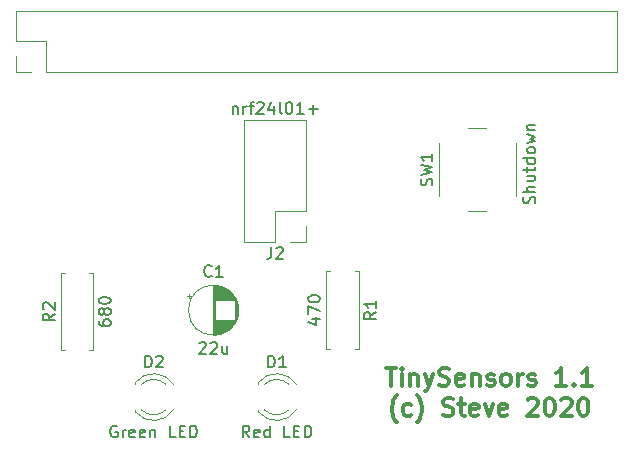
<source format=gto>
G04 #@! TF.GenerationSoftware,KiCad,Pcbnew,5.0.2+dfsg1-1~bpo9+1*
G04 #@! TF.CreationDate,2020-08-17T13:34:05+01:00*
G04 #@! TF.ProjectId,nrf24l01-rpi,6e726632-346c-4303-912d-7270692e6b69,rev?*
G04 #@! TF.SameCoordinates,Original*
G04 #@! TF.FileFunction,Legend,Top*
G04 #@! TF.FilePolarity,Positive*
%FSLAX46Y46*%
G04 Gerber Fmt 4.6, Leading zero omitted, Abs format (unit mm)*
G04 Created by KiCad (PCBNEW 5.0.2+dfsg1-1~bpo9+1) date Mon 17 Aug 2020 13:34:05 IST*
%MOMM*%
%LPD*%
G01*
G04 APERTURE LIST*
%ADD10C,0.300000*%
%ADD11C,0.120000*%
%ADD12C,0.150000*%
G04 APERTURE END LIST*
D10*
X106022285Y-109028571D02*
X106879428Y-109028571D01*
X106450857Y-110528571D02*
X106450857Y-109028571D01*
X107379428Y-110528571D02*
X107379428Y-109528571D01*
X107379428Y-109028571D02*
X107308000Y-109100000D01*
X107379428Y-109171428D01*
X107450857Y-109100000D01*
X107379428Y-109028571D01*
X107379428Y-109171428D01*
X108093714Y-109528571D02*
X108093714Y-110528571D01*
X108093714Y-109671428D02*
X108165142Y-109600000D01*
X108308000Y-109528571D01*
X108522285Y-109528571D01*
X108665142Y-109600000D01*
X108736571Y-109742857D01*
X108736571Y-110528571D01*
X109308000Y-109528571D02*
X109665142Y-110528571D01*
X110022285Y-109528571D02*
X109665142Y-110528571D01*
X109522285Y-110885714D01*
X109450857Y-110957142D01*
X109308000Y-111028571D01*
X110522285Y-110457142D02*
X110736571Y-110528571D01*
X111093714Y-110528571D01*
X111236571Y-110457142D01*
X111308000Y-110385714D01*
X111379428Y-110242857D01*
X111379428Y-110100000D01*
X111308000Y-109957142D01*
X111236571Y-109885714D01*
X111093714Y-109814285D01*
X110808000Y-109742857D01*
X110665142Y-109671428D01*
X110593714Y-109600000D01*
X110522285Y-109457142D01*
X110522285Y-109314285D01*
X110593714Y-109171428D01*
X110665142Y-109100000D01*
X110808000Y-109028571D01*
X111165142Y-109028571D01*
X111379428Y-109100000D01*
X112593714Y-110457142D02*
X112450857Y-110528571D01*
X112165142Y-110528571D01*
X112022285Y-110457142D01*
X111950857Y-110314285D01*
X111950857Y-109742857D01*
X112022285Y-109600000D01*
X112165142Y-109528571D01*
X112450857Y-109528571D01*
X112593714Y-109600000D01*
X112665142Y-109742857D01*
X112665142Y-109885714D01*
X111950857Y-110028571D01*
X113308000Y-109528571D02*
X113308000Y-110528571D01*
X113308000Y-109671428D02*
X113379428Y-109600000D01*
X113522285Y-109528571D01*
X113736571Y-109528571D01*
X113879428Y-109600000D01*
X113950857Y-109742857D01*
X113950857Y-110528571D01*
X114593714Y-110457142D02*
X114736571Y-110528571D01*
X115022285Y-110528571D01*
X115165142Y-110457142D01*
X115236571Y-110314285D01*
X115236571Y-110242857D01*
X115165142Y-110100000D01*
X115022285Y-110028571D01*
X114808000Y-110028571D01*
X114665142Y-109957142D01*
X114593714Y-109814285D01*
X114593714Y-109742857D01*
X114665142Y-109600000D01*
X114808000Y-109528571D01*
X115022285Y-109528571D01*
X115165142Y-109600000D01*
X116093714Y-110528571D02*
X115950857Y-110457142D01*
X115879428Y-110385714D01*
X115808000Y-110242857D01*
X115808000Y-109814285D01*
X115879428Y-109671428D01*
X115950857Y-109600000D01*
X116093714Y-109528571D01*
X116308000Y-109528571D01*
X116450857Y-109600000D01*
X116522285Y-109671428D01*
X116593714Y-109814285D01*
X116593714Y-110242857D01*
X116522285Y-110385714D01*
X116450857Y-110457142D01*
X116308000Y-110528571D01*
X116093714Y-110528571D01*
X117236571Y-110528571D02*
X117236571Y-109528571D01*
X117236571Y-109814285D02*
X117308000Y-109671428D01*
X117379428Y-109600000D01*
X117522285Y-109528571D01*
X117665142Y-109528571D01*
X118093714Y-110457142D02*
X118236571Y-110528571D01*
X118522285Y-110528571D01*
X118665142Y-110457142D01*
X118736571Y-110314285D01*
X118736571Y-110242857D01*
X118665142Y-110100000D01*
X118522285Y-110028571D01*
X118308000Y-110028571D01*
X118165142Y-109957142D01*
X118093714Y-109814285D01*
X118093714Y-109742857D01*
X118165142Y-109600000D01*
X118308000Y-109528571D01*
X118522285Y-109528571D01*
X118665142Y-109600000D01*
X121308000Y-110528571D02*
X120450857Y-110528571D01*
X120879428Y-110528571D02*
X120879428Y-109028571D01*
X120736571Y-109242857D01*
X120593714Y-109385714D01*
X120450857Y-109457142D01*
X121950857Y-110385714D02*
X122022285Y-110457142D01*
X121950857Y-110528571D01*
X121879428Y-110457142D01*
X121950857Y-110385714D01*
X121950857Y-110528571D01*
X123450857Y-110528571D02*
X122593714Y-110528571D01*
X123022285Y-110528571D02*
X123022285Y-109028571D01*
X122879428Y-109242857D01*
X122736571Y-109385714D01*
X122593714Y-109457142D01*
X106950857Y-113650000D02*
X106879428Y-113578571D01*
X106736571Y-113364285D01*
X106665142Y-113221428D01*
X106593714Y-113007142D01*
X106522285Y-112650000D01*
X106522285Y-112364285D01*
X106593714Y-112007142D01*
X106665142Y-111792857D01*
X106736571Y-111650000D01*
X106879428Y-111435714D01*
X106950857Y-111364285D01*
X108165142Y-113007142D02*
X108022285Y-113078571D01*
X107736571Y-113078571D01*
X107593714Y-113007142D01*
X107522285Y-112935714D01*
X107450857Y-112792857D01*
X107450857Y-112364285D01*
X107522285Y-112221428D01*
X107593714Y-112150000D01*
X107736571Y-112078571D01*
X108022285Y-112078571D01*
X108165142Y-112150000D01*
X108665142Y-113650000D02*
X108736571Y-113578571D01*
X108879428Y-113364285D01*
X108950857Y-113221428D01*
X109022285Y-113007142D01*
X109093714Y-112650000D01*
X109093714Y-112364285D01*
X109022285Y-112007142D01*
X108950857Y-111792857D01*
X108879428Y-111650000D01*
X108736571Y-111435714D01*
X108665142Y-111364285D01*
X110879428Y-113007142D02*
X111093714Y-113078571D01*
X111450857Y-113078571D01*
X111593714Y-113007142D01*
X111665142Y-112935714D01*
X111736571Y-112792857D01*
X111736571Y-112650000D01*
X111665142Y-112507142D01*
X111593714Y-112435714D01*
X111450857Y-112364285D01*
X111165142Y-112292857D01*
X111022285Y-112221428D01*
X110950857Y-112150000D01*
X110879428Y-112007142D01*
X110879428Y-111864285D01*
X110950857Y-111721428D01*
X111022285Y-111650000D01*
X111165142Y-111578571D01*
X111522285Y-111578571D01*
X111736571Y-111650000D01*
X112165142Y-112078571D02*
X112736571Y-112078571D01*
X112379428Y-111578571D02*
X112379428Y-112864285D01*
X112450857Y-113007142D01*
X112593714Y-113078571D01*
X112736571Y-113078571D01*
X113808000Y-113007142D02*
X113665142Y-113078571D01*
X113379428Y-113078571D01*
X113236571Y-113007142D01*
X113165142Y-112864285D01*
X113165142Y-112292857D01*
X113236571Y-112150000D01*
X113379428Y-112078571D01*
X113665142Y-112078571D01*
X113808000Y-112150000D01*
X113879428Y-112292857D01*
X113879428Y-112435714D01*
X113165142Y-112578571D01*
X114379428Y-112078571D02*
X114736571Y-113078571D01*
X115093714Y-112078571D01*
X116236571Y-113007142D02*
X116093714Y-113078571D01*
X115808000Y-113078571D01*
X115665142Y-113007142D01*
X115593714Y-112864285D01*
X115593714Y-112292857D01*
X115665142Y-112150000D01*
X115808000Y-112078571D01*
X116093714Y-112078571D01*
X116236571Y-112150000D01*
X116308000Y-112292857D01*
X116308000Y-112435714D01*
X115593714Y-112578571D01*
X118022285Y-111721428D02*
X118093714Y-111650000D01*
X118236571Y-111578571D01*
X118593714Y-111578571D01*
X118736571Y-111650000D01*
X118808000Y-111721428D01*
X118879428Y-111864285D01*
X118879428Y-112007142D01*
X118808000Y-112221428D01*
X117950857Y-113078571D01*
X118879428Y-113078571D01*
X119808000Y-111578571D02*
X119950857Y-111578571D01*
X120093714Y-111650000D01*
X120165142Y-111721428D01*
X120236571Y-111864285D01*
X120308000Y-112150000D01*
X120308000Y-112507142D01*
X120236571Y-112792857D01*
X120165142Y-112935714D01*
X120093714Y-113007142D01*
X119950857Y-113078571D01*
X119808000Y-113078571D01*
X119665142Y-113007142D01*
X119593714Y-112935714D01*
X119522285Y-112792857D01*
X119450857Y-112507142D01*
X119450857Y-112150000D01*
X119522285Y-111864285D01*
X119593714Y-111721428D01*
X119665142Y-111650000D01*
X119808000Y-111578571D01*
X120879428Y-111721428D02*
X120950857Y-111650000D01*
X121093714Y-111578571D01*
X121450857Y-111578571D01*
X121593714Y-111650000D01*
X121665142Y-111721428D01*
X121736571Y-111864285D01*
X121736571Y-112007142D01*
X121665142Y-112221428D01*
X120808000Y-113078571D01*
X121736571Y-113078571D01*
X122665142Y-111578571D02*
X122808000Y-111578571D01*
X122950857Y-111650000D01*
X123022285Y-111721428D01*
X123093714Y-111864285D01*
X123165142Y-112150000D01*
X123165142Y-112507142D01*
X123093714Y-112792857D01*
X123022285Y-112935714D01*
X122950857Y-113007142D01*
X122808000Y-113078571D01*
X122665142Y-113078571D01*
X122522285Y-113007142D01*
X122450857Y-112935714D01*
X122379428Y-112792857D01*
X122308000Y-112507142D01*
X122308000Y-112150000D01*
X122379428Y-111864285D01*
X122450857Y-111721428D01*
X122522285Y-111650000D01*
X122665142Y-111578571D01*
D11*
G04 #@! TO.C,SW1*
X117006000Y-94504000D02*
X117006000Y-90004000D01*
X113006000Y-95754000D02*
X114506000Y-95754000D01*
X110506000Y-90004000D02*
X110506000Y-94504000D01*
X114506000Y-88754000D02*
X113006000Y-88754000D01*
G04 #@! TO.C,C1*
X93544000Y-104140000D02*
G75*
G03X93544000Y-104140000I-2120000J0D01*
G01*
X91424000Y-102060000D02*
X91424000Y-106220000D01*
X91464000Y-102060000D02*
X91464000Y-106220000D01*
X91504000Y-102061000D02*
X91504000Y-106219000D01*
X91544000Y-102063000D02*
X91544000Y-106217000D01*
X91584000Y-102066000D02*
X91584000Y-106214000D01*
X91624000Y-102069000D02*
X91624000Y-103300000D01*
X91624000Y-104980000D02*
X91624000Y-106211000D01*
X91664000Y-102073000D02*
X91664000Y-103300000D01*
X91664000Y-104980000D02*
X91664000Y-106207000D01*
X91704000Y-102078000D02*
X91704000Y-103300000D01*
X91704000Y-104980000D02*
X91704000Y-106202000D01*
X91744000Y-102084000D02*
X91744000Y-103300000D01*
X91744000Y-104980000D02*
X91744000Y-106196000D01*
X91784000Y-102090000D02*
X91784000Y-103300000D01*
X91784000Y-104980000D02*
X91784000Y-106190000D01*
X91824000Y-102098000D02*
X91824000Y-103300000D01*
X91824000Y-104980000D02*
X91824000Y-106182000D01*
X91864000Y-102106000D02*
X91864000Y-103300000D01*
X91864000Y-104980000D02*
X91864000Y-106174000D01*
X91904000Y-102115000D02*
X91904000Y-103300000D01*
X91904000Y-104980000D02*
X91904000Y-106165000D01*
X91944000Y-102124000D02*
X91944000Y-103300000D01*
X91944000Y-104980000D02*
X91944000Y-106156000D01*
X91984000Y-102135000D02*
X91984000Y-103300000D01*
X91984000Y-104980000D02*
X91984000Y-106145000D01*
X92024000Y-102146000D02*
X92024000Y-103300000D01*
X92024000Y-104980000D02*
X92024000Y-106134000D01*
X92064000Y-102158000D02*
X92064000Y-103300000D01*
X92064000Y-104980000D02*
X92064000Y-106122000D01*
X92104000Y-102172000D02*
X92104000Y-103300000D01*
X92104000Y-104980000D02*
X92104000Y-106108000D01*
X92145000Y-102186000D02*
X92145000Y-103300000D01*
X92145000Y-104980000D02*
X92145000Y-106094000D01*
X92185000Y-102200000D02*
X92185000Y-103300000D01*
X92185000Y-104980000D02*
X92185000Y-106080000D01*
X92225000Y-102216000D02*
X92225000Y-103300000D01*
X92225000Y-104980000D02*
X92225000Y-106064000D01*
X92265000Y-102233000D02*
X92265000Y-103300000D01*
X92265000Y-104980000D02*
X92265000Y-106047000D01*
X92305000Y-102251000D02*
X92305000Y-103300000D01*
X92305000Y-104980000D02*
X92305000Y-106029000D01*
X92345000Y-102270000D02*
X92345000Y-103300000D01*
X92345000Y-104980000D02*
X92345000Y-106010000D01*
X92385000Y-102289000D02*
X92385000Y-103300000D01*
X92385000Y-104980000D02*
X92385000Y-105991000D01*
X92425000Y-102310000D02*
X92425000Y-103300000D01*
X92425000Y-104980000D02*
X92425000Y-105970000D01*
X92465000Y-102332000D02*
X92465000Y-103300000D01*
X92465000Y-104980000D02*
X92465000Y-105948000D01*
X92505000Y-102355000D02*
X92505000Y-103300000D01*
X92505000Y-104980000D02*
X92505000Y-105925000D01*
X92545000Y-102380000D02*
X92545000Y-103300000D01*
X92545000Y-104980000D02*
X92545000Y-105900000D01*
X92585000Y-102405000D02*
X92585000Y-103300000D01*
X92585000Y-104980000D02*
X92585000Y-105875000D01*
X92625000Y-102432000D02*
X92625000Y-103300000D01*
X92625000Y-104980000D02*
X92625000Y-105848000D01*
X92665000Y-102460000D02*
X92665000Y-103300000D01*
X92665000Y-104980000D02*
X92665000Y-105820000D01*
X92705000Y-102490000D02*
X92705000Y-103300000D01*
X92705000Y-104980000D02*
X92705000Y-105790000D01*
X92745000Y-102521000D02*
X92745000Y-103300000D01*
X92745000Y-104980000D02*
X92745000Y-105759000D01*
X92785000Y-102553000D02*
X92785000Y-103300000D01*
X92785000Y-104980000D02*
X92785000Y-105727000D01*
X92825000Y-102588000D02*
X92825000Y-103300000D01*
X92825000Y-104980000D02*
X92825000Y-105692000D01*
X92865000Y-102624000D02*
X92865000Y-103300000D01*
X92865000Y-104980000D02*
X92865000Y-105656000D01*
X92905000Y-102662000D02*
X92905000Y-103300000D01*
X92905000Y-104980000D02*
X92905000Y-105618000D01*
X92945000Y-102702000D02*
X92945000Y-103300000D01*
X92945000Y-104980000D02*
X92945000Y-105578000D01*
X92985000Y-102744000D02*
X92985000Y-103300000D01*
X92985000Y-104980000D02*
X92985000Y-105536000D01*
X93025000Y-102789000D02*
X93025000Y-103300000D01*
X93025000Y-104980000D02*
X93025000Y-105491000D01*
X93065000Y-102836000D02*
X93065000Y-103300000D01*
X93065000Y-104980000D02*
X93065000Y-105444000D01*
X93105000Y-102886000D02*
X93105000Y-103300000D01*
X93105000Y-104980000D02*
X93105000Y-105394000D01*
X93145000Y-102940000D02*
X93145000Y-103300000D01*
X93145000Y-104980000D02*
X93145000Y-105340000D01*
X93185000Y-102998000D02*
X93185000Y-103300000D01*
X93185000Y-104980000D02*
X93185000Y-105282000D01*
X93225000Y-103060000D02*
X93225000Y-103300000D01*
X93225000Y-104980000D02*
X93225000Y-105220000D01*
X93265000Y-103127000D02*
X93265000Y-105153000D01*
X93305000Y-103200000D02*
X93305000Y-105080000D01*
X93345000Y-103281000D02*
X93345000Y-104999000D01*
X93385000Y-103372000D02*
X93385000Y-104908000D01*
X93425000Y-103476000D02*
X93425000Y-104804000D01*
X93465000Y-103603000D02*
X93465000Y-104677000D01*
X93505000Y-103770000D02*
X93505000Y-104510000D01*
X89154199Y-102945000D02*
X89554199Y-102945000D01*
X89354199Y-102745000D02*
X89354199Y-103145000D01*
G04 #@! TO.C,J2*
X99247000Y-88078000D02*
X94047000Y-88078000D01*
X99247000Y-95758000D02*
X99247000Y-88078000D01*
X94047000Y-98358000D02*
X94047000Y-88078000D01*
X99247000Y-95758000D02*
X96647000Y-95758000D01*
X96647000Y-95758000D02*
X96647000Y-98358000D01*
X96647000Y-98358000D02*
X94047000Y-98358000D01*
X99247000Y-97028000D02*
X99247000Y-98358000D01*
X99247000Y-98358000D02*
X97917000Y-98358000D01*
G04 #@! TO.C,J1*
X125605600Y-83996900D02*
X125605600Y-78796900D01*
X77285600Y-83996900D02*
X125605600Y-83996900D01*
X74685600Y-78796900D02*
X125605600Y-78796900D01*
X77285600Y-83996900D02*
X77285600Y-81396900D01*
X77285600Y-81396900D02*
X74685600Y-81396900D01*
X74685600Y-81396900D02*
X74685600Y-78796900D01*
X76015600Y-83996900D02*
X74685600Y-83996900D01*
X74685600Y-83996900D02*
X74685600Y-82666900D01*
G04 #@! TO.C,D2*
X84800000Y-112586000D02*
X84800000Y-112742000D01*
X84800000Y-110270000D02*
X84800000Y-110426000D01*
X87401130Y-112585837D02*
G75*
G02X85319039Y-112586000I-1041130J1079837D01*
G01*
X87401130Y-110426163D02*
G75*
G03X85319039Y-110426000I-1041130J-1079837D01*
G01*
X88032335Y-112584608D02*
G75*
G02X84800000Y-112741516I-1672335J1078608D01*
G01*
X88032335Y-110427392D02*
G75*
G03X84800000Y-110270484I-1672335J-1078608D01*
G01*
G04 #@! TO.C,D1*
X98446335Y-110427392D02*
G75*
G03X95214000Y-110270484I-1672335J-1078608D01*
G01*
X98446335Y-112584608D02*
G75*
G02X95214000Y-112741516I-1672335J1078608D01*
G01*
X97815130Y-110426163D02*
G75*
G03X95733039Y-110426000I-1041130J-1079837D01*
G01*
X97815130Y-112585837D02*
G75*
G02X95733039Y-112586000I-1041130J1079837D01*
G01*
X95214000Y-110270000D02*
X95214000Y-110426000D01*
X95214000Y-112586000D02*
X95214000Y-112742000D01*
G04 #@! TO.C,R2*
X81253000Y-100997000D02*
X80923000Y-100997000D01*
X81253000Y-107537000D02*
X81253000Y-100997000D01*
X80923000Y-107537000D02*
X81253000Y-107537000D01*
X78513000Y-100997000D02*
X78843000Y-100997000D01*
X78513000Y-107537000D02*
X78513000Y-100997000D01*
X78843000Y-107537000D02*
X78513000Y-107537000D01*
G04 #@! TO.C,R1*
X103402000Y-100870000D02*
X103732000Y-100870000D01*
X103732000Y-100870000D02*
X103732000Y-107410000D01*
X103732000Y-107410000D02*
X103402000Y-107410000D01*
X101322000Y-100870000D02*
X100992000Y-100870000D01*
X100992000Y-100870000D02*
X100992000Y-107410000D01*
X100992000Y-107410000D02*
X101322000Y-107410000D01*
G04 #@! TO.C,SW1*
D12*
X109910761Y-93587333D02*
X109958380Y-93444476D01*
X109958380Y-93206380D01*
X109910761Y-93111142D01*
X109863142Y-93063523D01*
X109767904Y-93015904D01*
X109672666Y-93015904D01*
X109577428Y-93063523D01*
X109529809Y-93111142D01*
X109482190Y-93206380D01*
X109434571Y-93396857D01*
X109386952Y-93492095D01*
X109339333Y-93539714D01*
X109244095Y-93587333D01*
X109148857Y-93587333D01*
X109053619Y-93539714D01*
X109006000Y-93492095D01*
X108958380Y-93396857D01*
X108958380Y-93158761D01*
X109006000Y-93015904D01*
X108958380Y-92682571D02*
X109958380Y-92444476D01*
X109244095Y-92254000D01*
X109958380Y-92063523D01*
X108958380Y-91825428D01*
X109958380Y-90920666D02*
X109958380Y-91492095D01*
X109958380Y-91206380D02*
X108958380Y-91206380D01*
X109101238Y-91301619D01*
X109196476Y-91396857D01*
X109244095Y-91492095D01*
X118610761Y-95111142D02*
X118658380Y-94968285D01*
X118658380Y-94730190D01*
X118610761Y-94634952D01*
X118563142Y-94587333D01*
X118467904Y-94539714D01*
X118372666Y-94539714D01*
X118277428Y-94587333D01*
X118229809Y-94634952D01*
X118182190Y-94730190D01*
X118134571Y-94920666D01*
X118086952Y-95015904D01*
X118039333Y-95063523D01*
X117944095Y-95111142D01*
X117848857Y-95111142D01*
X117753619Y-95063523D01*
X117706000Y-95015904D01*
X117658380Y-94920666D01*
X117658380Y-94682571D01*
X117706000Y-94539714D01*
X118658380Y-94111142D02*
X117658380Y-94111142D01*
X118658380Y-93682571D02*
X118134571Y-93682571D01*
X118039333Y-93730190D01*
X117991714Y-93825428D01*
X117991714Y-93968285D01*
X118039333Y-94063523D01*
X118086952Y-94111142D01*
X117991714Y-92777809D02*
X118658380Y-92777809D01*
X117991714Y-93206380D02*
X118515523Y-93206380D01*
X118610761Y-93158761D01*
X118658380Y-93063523D01*
X118658380Y-92920666D01*
X118610761Y-92825428D01*
X118563142Y-92777809D01*
X117991714Y-92444476D02*
X117991714Y-92063523D01*
X117658380Y-92301619D02*
X118515523Y-92301619D01*
X118610761Y-92254000D01*
X118658380Y-92158761D01*
X118658380Y-92063523D01*
X118658380Y-91301619D02*
X117658380Y-91301619D01*
X118610761Y-91301619D02*
X118658380Y-91396857D01*
X118658380Y-91587333D01*
X118610761Y-91682571D01*
X118563142Y-91730190D01*
X118467904Y-91777809D01*
X118182190Y-91777809D01*
X118086952Y-91730190D01*
X118039333Y-91682571D01*
X117991714Y-91587333D01*
X117991714Y-91396857D01*
X118039333Y-91301619D01*
X118658380Y-90682571D02*
X118610761Y-90777809D01*
X118563142Y-90825428D01*
X118467904Y-90873047D01*
X118182190Y-90873047D01*
X118086952Y-90825428D01*
X118039333Y-90777809D01*
X117991714Y-90682571D01*
X117991714Y-90539714D01*
X118039333Y-90444476D01*
X118086952Y-90396857D01*
X118182190Y-90349238D01*
X118467904Y-90349238D01*
X118563142Y-90396857D01*
X118610761Y-90444476D01*
X118658380Y-90539714D01*
X118658380Y-90682571D01*
X117991714Y-90015904D02*
X118658380Y-89825428D01*
X118182190Y-89634952D01*
X118658380Y-89444476D01*
X117991714Y-89254000D01*
X117991714Y-88873047D02*
X118658380Y-88873047D01*
X118086952Y-88873047D02*
X118039333Y-88825428D01*
X117991714Y-88730190D01*
X117991714Y-88587333D01*
X118039333Y-88492095D01*
X118134571Y-88444476D01*
X118658380Y-88444476D01*
G04 #@! TO.C,C1*
X91257333Y-101247142D02*
X91209714Y-101294761D01*
X91066857Y-101342380D01*
X90971619Y-101342380D01*
X90828761Y-101294761D01*
X90733523Y-101199523D01*
X90685904Y-101104285D01*
X90638285Y-100913809D01*
X90638285Y-100770952D01*
X90685904Y-100580476D01*
X90733523Y-100485238D01*
X90828761Y-100390000D01*
X90971619Y-100342380D01*
X91066857Y-100342380D01*
X91209714Y-100390000D01*
X91257333Y-100437619D01*
X92209714Y-101342380D02*
X91638285Y-101342380D01*
X91924000Y-101342380D02*
X91924000Y-100342380D01*
X91828761Y-100485238D01*
X91733523Y-100580476D01*
X91638285Y-100628095D01*
X90209714Y-106937619D02*
X90257333Y-106890000D01*
X90352571Y-106842380D01*
X90590666Y-106842380D01*
X90685904Y-106890000D01*
X90733523Y-106937619D01*
X90781142Y-107032857D01*
X90781142Y-107128095D01*
X90733523Y-107270952D01*
X90162095Y-107842380D01*
X90781142Y-107842380D01*
X91162095Y-106937619D02*
X91209714Y-106890000D01*
X91304952Y-106842380D01*
X91543047Y-106842380D01*
X91638285Y-106890000D01*
X91685904Y-106937619D01*
X91733523Y-107032857D01*
X91733523Y-107128095D01*
X91685904Y-107270952D01*
X91114476Y-107842380D01*
X91733523Y-107842380D01*
X92590666Y-107175714D02*
X92590666Y-107842380D01*
X92162095Y-107175714D02*
X92162095Y-107699523D01*
X92209714Y-107794761D01*
X92304952Y-107842380D01*
X92447809Y-107842380D01*
X92543047Y-107794761D01*
X92590666Y-107747142D01*
G04 #@! TO.C,J2*
X96313666Y-98810380D02*
X96313666Y-99524666D01*
X96266047Y-99667523D01*
X96170809Y-99762761D01*
X96027952Y-99810380D01*
X95932714Y-99810380D01*
X96742238Y-98905619D02*
X96789857Y-98858000D01*
X96885095Y-98810380D01*
X97123190Y-98810380D01*
X97218428Y-98858000D01*
X97266047Y-98905619D01*
X97313666Y-99000857D01*
X97313666Y-99096095D01*
X97266047Y-99238952D01*
X96694619Y-99810380D01*
X97313666Y-99810380D01*
X93051761Y-86863714D02*
X93051761Y-87530380D01*
X93051761Y-86958952D02*
X93099380Y-86911333D01*
X93194619Y-86863714D01*
X93337476Y-86863714D01*
X93432714Y-86911333D01*
X93480333Y-87006571D01*
X93480333Y-87530380D01*
X93956523Y-87530380D02*
X93956523Y-86863714D01*
X93956523Y-87054190D02*
X94004142Y-86958952D01*
X94051761Y-86911333D01*
X94147000Y-86863714D01*
X94242238Y-86863714D01*
X94432714Y-86863714D02*
X94813666Y-86863714D01*
X94575571Y-87530380D02*
X94575571Y-86673238D01*
X94623190Y-86578000D01*
X94718428Y-86530380D01*
X94813666Y-86530380D01*
X95099380Y-86625619D02*
X95147000Y-86578000D01*
X95242238Y-86530380D01*
X95480333Y-86530380D01*
X95575571Y-86578000D01*
X95623190Y-86625619D01*
X95670809Y-86720857D01*
X95670809Y-86816095D01*
X95623190Y-86958952D01*
X95051761Y-87530380D01*
X95670809Y-87530380D01*
X96527952Y-86863714D02*
X96527952Y-87530380D01*
X96289857Y-86482761D02*
X96051761Y-87197047D01*
X96670809Y-87197047D01*
X97194619Y-87530380D02*
X97099380Y-87482761D01*
X97051761Y-87387523D01*
X97051761Y-86530380D01*
X97766047Y-86530380D02*
X97861285Y-86530380D01*
X97956523Y-86578000D01*
X98004142Y-86625619D01*
X98051761Y-86720857D01*
X98099380Y-86911333D01*
X98099380Y-87149428D01*
X98051761Y-87339904D01*
X98004142Y-87435142D01*
X97956523Y-87482761D01*
X97861285Y-87530380D01*
X97766047Y-87530380D01*
X97670809Y-87482761D01*
X97623190Y-87435142D01*
X97575571Y-87339904D01*
X97527952Y-87149428D01*
X97527952Y-86911333D01*
X97575571Y-86720857D01*
X97623190Y-86625619D01*
X97670809Y-86578000D01*
X97766047Y-86530380D01*
X99051761Y-87530380D02*
X98480333Y-87530380D01*
X98766047Y-87530380D02*
X98766047Y-86530380D01*
X98670809Y-86673238D01*
X98575571Y-86768476D01*
X98480333Y-86816095D01*
X99480333Y-87149428D02*
X100242238Y-87149428D01*
X99861285Y-87530380D02*
X99861285Y-86768476D01*
G04 #@! TO.C,D2*
X85621904Y-108998380D02*
X85621904Y-107998380D01*
X85860000Y-107998380D01*
X86002857Y-108046000D01*
X86098095Y-108141238D01*
X86145714Y-108236476D01*
X86193333Y-108426952D01*
X86193333Y-108569809D01*
X86145714Y-108760285D01*
X86098095Y-108855523D01*
X86002857Y-108950761D01*
X85860000Y-108998380D01*
X85621904Y-108998380D01*
X86574285Y-108093619D02*
X86621904Y-108046000D01*
X86717142Y-107998380D01*
X86955238Y-107998380D01*
X87050476Y-108046000D01*
X87098095Y-108093619D01*
X87145714Y-108188857D01*
X87145714Y-108284095D01*
X87098095Y-108426952D01*
X86526666Y-108998380D01*
X87145714Y-108998380D01*
X83264761Y-113966000D02*
X83169523Y-113918380D01*
X83026666Y-113918380D01*
X82883809Y-113966000D01*
X82788571Y-114061238D01*
X82740952Y-114156476D01*
X82693333Y-114346952D01*
X82693333Y-114489809D01*
X82740952Y-114680285D01*
X82788571Y-114775523D01*
X82883809Y-114870761D01*
X83026666Y-114918380D01*
X83121904Y-114918380D01*
X83264761Y-114870761D01*
X83312380Y-114823142D01*
X83312380Y-114489809D01*
X83121904Y-114489809D01*
X83740952Y-114918380D02*
X83740952Y-114251714D01*
X83740952Y-114442190D02*
X83788571Y-114346952D01*
X83836190Y-114299333D01*
X83931428Y-114251714D01*
X84026666Y-114251714D01*
X84740952Y-114870761D02*
X84645714Y-114918380D01*
X84455238Y-114918380D01*
X84360000Y-114870761D01*
X84312380Y-114775523D01*
X84312380Y-114394571D01*
X84360000Y-114299333D01*
X84455238Y-114251714D01*
X84645714Y-114251714D01*
X84740952Y-114299333D01*
X84788571Y-114394571D01*
X84788571Y-114489809D01*
X84312380Y-114585047D01*
X85598095Y-114870761D02*
X85502857Y-114918380D01*
X85312380Y-114918380D01*
X85217142Y-114870761D01*
X85169523Y-114775523D01*
X85169523Y-114394571D01*
X85217142Y-114299333D01*
X85312380Y-114251714D01*
X85502857Y-114251714D01*
X85598095Y-114299333D01*
X85645714Y-114394571D01*
X85645714Y-114489809D01*
X85169523Y-114585047D01*
X86074285Y-114251714D02*
X86074285Y-114918380D01*
X86074285Y-114346952D02*
X86121904Y-114299333D01*
X86217142Y-114251714D01*
X86360000Y-114251714D01*
X86455238Y-114299333D01*
X86502857Y-114394571D01*
X86502857Y-114918380D01*
X88217142Y-114918380D02*
X87740952Y-114918380D01*
X87740952Y-113918380D01*
X88550476Y-114394571D02*
X88883809Y-114394571D01*
X89026666Y-114918380D02*
X88550476Y-114918380D01*
X88550476Y-113918380D01*
X89026666Y-113918380D01*
X89455238Y-114918380D02*
X89455238Y-113918380D01*
X89693333Y-113918380D01*
X89836190Y-113966000D01*
X89931428Y-114061238D01*
X89979047Y-114156476D01*
X90026666Y-114346952D01*
X90026666Y-114489809D01*
X89979047Y-114680285D01*
X89931428Y-114775523D01*
X89836190Y-114870761D01*
X89693333Y-114918380D01*
X89455238Y-114918380D01*
G04 #@! TO.C,D1*
X96035904Y-108998380D02*
X96035904Y-107998380D01*
X96274000Y-107998380D01*
X96416857Y-108046000D01*
X96512095Y-108141238D01*
X96559714Y-108236476D01*
X96607333Y-108426952D01*
X96607333Y-108569809D01*
X96559714Y-108760285D01*
X96512095Y-108855523D01*
X96416857Y-108950761D01*
X96274000Y-108998380D01*
X96035904Y-108998380D01*
X97559714Y-108998380D02*
X96988285Y-108998380D01*
X97274000Y-108998380D02*
X97274000Y-107998380D01*
X97178761Y-108141238D01*
X97083523Y-108236476D01*
X96988285Y-108284095D01*
X94464476Y-114918380D02*
X94131142Y-114442190D01*
X93893047Y-114918380D02*
X93893047Y-113918380D01*
X94274000Y-113918380D01*
X94369238Y-113966000D01*
X94416857Y-114013619D01*
X94464476Y-114108857D01*
X94464476Y-114251714D01*
X94416857Y-114346952D01*
X94369238Y-114394571D01*
X94274000Y-114442190D01*
X93893047Y-114442190D01*
X95274000Y-114870761D02*
X95178761Y-114918380D01*
X94988285Y-114918380D01*
X94893047Y-114870761D01*
X94845428Y-114775523D01*
X94845428Y-114394571D01*
X94893047Y-114299333D01*
X94988285Y-114251714D01*
X95178761Y-114251714D01*
X95274000Y-114299333D01*
X95321619Y-114394571D01*
X95321619Y-114489809D01*
X94845428Y-114585047D01*
X96178761Y-114918380D02*
X96178761Y-113918380D01*
X96178761Y-114870761D02*
X96083523Y-114918380D01*
X95893047Y-114918380D01*
X95797809Y-114870761D01*
X95750190Y-114823142D01*
X95702571Y-114727904D01*
X95702571Y-114442190D01*
X95750190Y-114346952D01*
X95797809Y-114299333D01*
X95893047Y-114251714D01*
X96083523Y-114251714D01*
X96178761Y-114299333D01*
X97893047Y-114918380D02*
X97416857Y-114918380D01*
X97416857Y-113918380D01*
X98226380Y-114394571D02*
X98559714Y-114394571D01*
X98702571Y-114918380D02*
X98226380Y-114918380D01*
X98226380Y-113918380D01*
X98702571Y-113918380D01*
X99131142Y-114918380D02*
X99131142Y-113918380D01*
X99369238Y-113918380D01*
X99512095Y-113966000D01*
X99607333Y-114061238D01*
X99654952Y-114156476D01*
X99702571Y-114346952D01*
X99702571Y-114489809D01*
X99654952Y-114680285D01*
X99607333Y-114775523D01*
X99512095Y-114870761D01*
X99369238Y-114918380D01*
X99131142Y-114918380D01*
G04 #@! TO.C,R2*
X77965380Y-104433666D02*
X77489190Y-104767000D01*
X77965380Y-105005095D02*
X76965380Y-105005095D01*
X76965380Y-104624142D01*
X77013000Y-104528904D01*
X77060619Y-104481285D01*
X77155857Y-104433666D01*
X77298714Y-104433666D01*
X77393952Y-104481285D01*
X77441571Y-104528904D01*
X77489190Y-104624142D01*
X77489190Y-105005095D01*
X77060619Y-104052714D02*
X77013000Y-104005095D01*
X76965380Y-103909857D01*
X76965380Y-103671761D01*
X77013000Y-103576523D01*
X77060619Y-103528904D01*
X77155857Y-103481285D01*
X77251095Y-103481285D01*
X77393952Y-103528904D01*
X77965380Y-104100333D01*
X77965380Y-103481285D01*
X81705380Y-105028904D02*
X81705380Y-105219380D01*
X81753000Y-105314619D01*
X81800619Y-105362238D01*
X81943476Y-105457476D01*
X82133952Y-105505095D01*
X82514904Y-105505095D01*
X82610142Y-105457476D01*
X82657761Y-105409857D01*
X82705380Y-105314619D01*
X82705380Y-105124142D01*
X82657761Y-105028904D01*
X82610142Y-104981285D01*
X82514904Y-104933666D01*
X82276809Y-104933666D01*
X82181571Y-104981285D01*
X82133952Y-105028904D01*
X82086333Y-105124142D01*
X82086333Y-105314619D01*
X82133952Y-105409857D01*
X82181571Y-105457476D01*
X82276809Y-105505095D01*
X82133952Y-104362238D02*
X82086333Y-104457476D01*
X82038714Y-104505095D01*
X81943476Y-104552714D01*
X81895857Y-104552714D01*
X81800619Y-104505095D01*
X81753000Y-104457476D01*
X81705380Y-104362238D01*
X81705380Y-104171761D01*
X81753000Y-104076523D01*
X81800619Y-104028904D01*
X81895857Y-103981285D01*
X81943476Y-103981285D01*
X82038714Y-104028904D01*
X82086333Y-104076523D01*
X82133952Y-104171761D01*
X82133952Y-104362238D01*
X82181571Y-104457476D01*
X82229190Y-104505095D01*
X82324428Y-104552714D01*
X82514904Y-104552714D01*
X82610142Y-104505095D01*
X82657761Y-104457476D01*
X82705380Y-104362238D01*
X82705380Y-104171761D01*
X82657761Y-104076523D01*
X82610142Y-104028904D01*
X82514904Y-103981285D01*
X82324428Y-103981285D01*
X82229190Y-104028904D01*
X82181571Y-104076523D01*
X82133952Y-104171761D01*
X81705380Y-103362238D02*
X81705380Y-103267000D01*
X81753000Y-103171761D01*
X81800619Y-103124142D01*
X81895857Y-103076523D01*
X82086333Y-103028904D01*
X82324428Y-103028904D01*
X82514904Y-103076523D01*
X82610142Y-103124142D01*
X82657761Y-103171761D01*
X82705380Y-103267000D01*
X82705380Y-103362238D01*
X82657761Y-103457476D01*
X82610142Y-103505095D01*
X82514904Y-103552714D01*
X82324428Y-103600333D01*
X82086333Y-103600333D01*
X81895857Y-103552714D01*
X81800619Y-103505095D01*
X81753000Y-103457476D01*
X81705380Y-103362238D01*
G04 #@! TO.C,R1*
X105184380Y-104306666D02*
X104708190Y-104640000D01*
X105184380Y-104878095D02*
X104184380Y-104878095D01*
X104184380Y-104497142D01*
X104232000Y-104401904D01*
X104279619Y-104354285D01*
X104374857Y-104306666D01*
X104517714Y-104306666D01*
X104612952Y-104354285D01*
X104660571Y-104401904D01*
X104708190Y-104497142D01*
X104708190Y-104878095D01*
X105184380Y-103354285D02*
X105184380Y-103925714D01*
X105184380Y-103640000D02*
X104184380Y-103640000D01*
X104327238Y-103735238D01*
X104422476Y-103830476D01*
X104470095Y-103925714D01*
X99777714Y-104901904D02*
X100444380Y-104901904D01*
X99396761Y-105140000D02*
X100111047Y-105378095D01*
X100111047Y-104759047D01*
X99444380Y-104473333D02*
X99444380Y-103806666D01*
X100444380Y-104235238D01*
X99444380Y-103235238D02*
X99444380Y-103140000D01*
X99492000Y-103044761D01*
X99539619Y-102997142D01*
X99634857Y-102949523D01*
X99825333Y-102901904D01*
X100063428Y-102901904D01*
X100253904Y-102949523D01*
X100349142Y-102997142D01*
X100396761Y-103044761D01*
X100444380Y-103140000D01*
X100444380Y-103235238D01*
X100396761Y-103330476D01*
X100349142Y-103378095D01*
X100253904Y-103425714D01*
X100063428Y-103473333D01*
X99825333Y-103473333D01*
X99634857Y-103425714D01*
X99539619Y-103378095D01*
X99492000Y-103330476D01*
X99444380Y-103235238D01*
G04 #@! TD*
M02*

</source>
